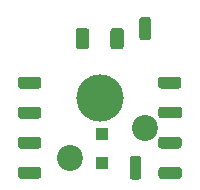
<source format=gbr>
%TF.GenerationSoftware,KiCad,Pcbnew,5.1.9*%
%TF.CreationDate,2021-03-15T11:21:12+01:00*%
%TF.ProjectId,keycap,6b657963-6170-42e6-9b69-6361645f7063,rev?*%
%TF.SameCoordinates,Original*%
%TF.FileFunction,Soldermask,Top*%
%TF.FilePolarity,Negative*%
%FSLAX46Y46*%
G04 Gerber Fmt 4.6, Leading zero omitted, Abs format (unit mm)*
G04 Created by KiCad (PCBNEW 5.1.9) date 2021-03-15 11:21:12*
%MOMM*%
%LPD*%
G01*
G04 APERTURE LIST*
%ADD10C,4.000000*%
%ADD11C,2.200000*%
%ADD12R,1.000000X1.000000*%
G04 APERTURE END LIST*
D10*
%TO.C,SW1*%
X121265760Y-106589560D03*
D11*
X125075760Y-109129560D03*
X118725760Y-111669560D03*
%TD*%
%TO.C,J3*%
G36*
G01*
X126448120Y-109863000D02*
X127948120Y-109863000D01*
G75*
G02*
X128198120Y-110113000I0J-250000D01*
G01*
X128198120Y-110613000D01*
G75*
G02*
X127948120Y-110863000I-250000J0D01*
G01*
X126448120Y-110863000D01*
G75*
G02*
X126198120Y-110613000I0J250000D01*
G01*
X126198120Y-110113000D01*
G75*
G02*
X126448120Y-109863000I250000J0D01*
G01*
G37*
%TD*%
%TO.C,J9*%
G36*
G01*
X125595000Y-99961000D02*
X125595000Y-101461000D01*
G75*
G02*
X125345000Y-101711000I-250000J0D01*
G01*
X124845000Y-101711000D01*
G75*
G02*
X124595000Y-101461000I0J250000D01*
G01*
X124595000Y-99961000D01*
G75*
G02*
X124845000Y-99711000I250000J0D01*
G01*
X125345000Y-99711000D01*
G75*
G02*
X125595000Y-99961000I0J-250000D01*
G01*
G37*
%TD*%
%TO.C,J4*%
G36*
G01*
X114566000Y-104783000D02*
X116066000Y-104783000D01*
G75*
G02*
X116316000Y-105033000I0J-250000D01*
G01*
X116316000Y-105533000D01*
G75*
G02*
X116066000Y-105783000I-250000J0D01*
G01*
X114566000Y-105783000D01*
G75*
G02*
X114316000Y-105533000I0J250000D01*
G01*
X114316000Y-105033000D01*
G75*
G02*
X114566000Y-104783000I250000J0D01*
G01*
G37*
%TD*%
%TO.C,J1*%
G36*
G01*
X127927800Y-105783000D02*
X126427800Y-105783000D01*
G75*
G02*
X126177800Y-105533000I0J250000D01*
G01*
X126177800Y-105033000D01*
G75*
G02*
X126427800Y-104783000I250000J0D01*
G01*
X127927800Y-104783000D01*
G75*
G02*
X128177800Y-105033000I0J-250000D01*
G01*
X128177800Y-105533000D01*
G75*
G02*
X127927800Y-105783000I-250000J0D01*
G01*
G37*
%TD*%
%TO.C,J2*%
G36*
G01*
X126468440Y-107307760D02*
X127968440Y-107307760D01*
G75*
G02*
X128218440Y-107557760I0J-250000D01*
G01*
X128218440Y-108057760D01*
G75*
G02*
X127968440Y-108307760I-250000J0D01*
G01*
X126468440Y-108307760D01*
G75*
G02*
X126218440Y-108057760I0J250000D01*
G01*
X126218440Y-107557760D01*
G75*
G02*
X126468440Y-107307760I250000J0D01*
G01*
G37*
%TD*%
%TO.C,J6*%
G36*
G01*
X114566000Y-109863000D02*
X116066000Y-109863000D01*
G75*
G02*
X116316000Y-110113000I0J-250000D01*
G01*
X116316000Y-110613000D01*
G75*
G02*
X116066000Y-110863000I-250000J0D01*
G01*
X114566000Y-110863000D01*
G75*
G02*
X114316000Y-110613000I0J250000D01*
G01*
X114316000Y-110113000D01*
G75*
G02*
X114566000Y-109863000I250000J0D01*
G01*
G37*
%TD*%
D12*
%TO.C,D1*%
X121437400Y-112121000D03*
X121437400Y-109621000D03*
%TD*%
%TO.C,J8*%
G36*
G01*
X123782200Y-113233900D02*
X123782200Y-111733900D01*
G75*
G02*
X124032200Y-111483900I250000J0D01*
G01*
X124532200Y-111483900D01*
G75*
G02*
X124782200Y-111733900I0J-250000D01*
G01*
X124782200Y-113233900D01*
G75*
G02*
X124532200Y-113483900I-250000J0D01*
G01*
X124032200Y-113483900D01*
G75*
G02*
X123782200Y-113233900I0J250000D01*
G01*
G37*
%TD*%
%TO.C,J5*%
G36*
G01*
X114566000Y-107323000D02*
X116066000Y-107323000D01*
G75*
G02*
X116316000Y-107573000I0J-250000D01*
G01*
X116316000Y-108073000D01*
G75*
G02*
X116066000Y-108323000I-250000J0D01*
G01*
X114566000Y-108323000D01*
G75*
G02*
X114316000Y-108073000I0J250000D01*
G01*
X114316000Y-107573000D01*
G75*
G02*
X114566000Y-107323000I250000J0D01*
G01*
G37*
%TD*%
%TO.C,J7*%
G36*
G01*
X114566000Y-112403000D02*
X116066000Y-112403000D01*
G75*
G02*
X116316000Y-112653000I0J-250000D01*
G01*
X116316000Y-113153000D01*
G75*
G02*
X116066000Y-113403000I-250000J0D01*
G01*
X114566000Y-113403000D01*
G75*
G02*
X114316000Y-113153000I0J250000D01*
G01*
X114316000Y-112653000D01*
G75*
G02*
X114566000Y-112403000I250000J0D01*
G01*
G37*
%TD*%
%TO.C,C1*%
G36*
G01*
X123309600Y-100904279D02*
X123309600Y-102204281D01*
G75*
G02*
X123059601Y-102454280I-249999J0D01*
G01*
X122409599Y-102454280D01*
G75*
G02*
X122159600Y-102204281I0J249999D01*
G01*
X122159600Y-100904279D01*
G75*
G02*
X122409599Y-100654280I249999J0D01*
G01*
X123059601Y-100654280D01*
G75*
G02*
X123309600Y-100904279I0J-249999D01*
G01*
G37*
G36*
G01*
X120359600Y-100904279D02*
X120359600Y-102204281D01*
G75*
G02*
X120109601Y-102454280I-249999J0D01*
G01*
X119459599Y-102454280D01*
G75*
G02*
X119209600Y-102204281I0J249999D01*
G01*
X119209600Y-100904279D01*
G75*
G02*
X119459599Y-100654280I249999J0D01*
G01*
X120109601Y-100654280D01*
G75*
G02*
X120359600Y-100904279I0J-249999D01*
G01*
G37*
%TD*%
%TO.C,J10*%
G36*
G01*
X127965900Y-113428400D02*
X126465900Y-113428400D01*
G75*
G02*
X126215900Y-113178400I0J250000D01*
G01*
X126215900Y-112678400D01*
G75*
G02*
X126465900Y-112428400I250000J0D01*
G01*
X127965900Y-112428400D01*
G75*
G02*
X128215900Y-112678400I0J-250000D01*
G01*
X128215900Y-113178400D01*
G75*
G02*
X127965900Y-113428400I-250000J0D01*
G01*
G37*
%TD*%
M02*

</source>
